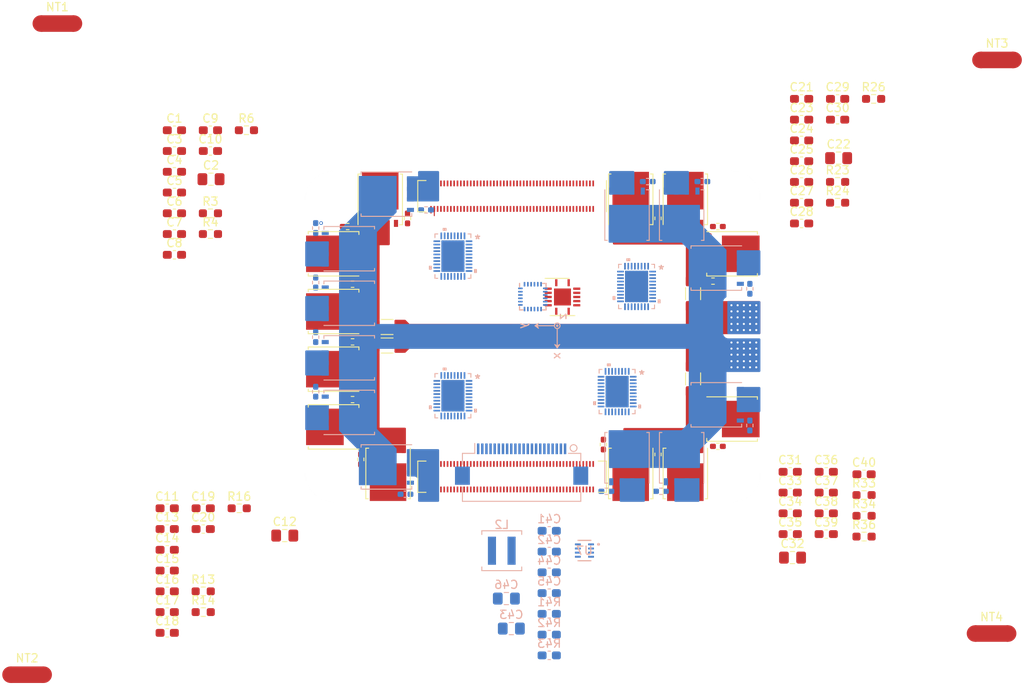
<source format=kicad_pcb>
(kicad_pcb (version 20221018) (generator pcbnew)
  (title_block (title "nanodrone") (date "2023-04-25") (rev "v1.0") (company "Biscuits24_"))
  (layers (0 "F.Cu" signal) (1 "In1.Cu" signal) (2 "In2.Cu" signal) (31 "B.Cu" signal) (34 "B.Paste" user) (35 "F.Paste" user) (36 "B.SilkS" user "B.Silkscreen") (37 "F.SilkS" user "F.Silkscreen") (38 "B.Mask" user) (39 "F.Mask" user) (44 "Edge.Cuts" user))
  (net 0 "")
  (net 1 "PVDD")
  (net 2 "PGND")
  (net 3 "Net-(U1-CPL)")
  (net 4 "Net-(U1-CPH)")
  (net 5 "Net-(U1-GVDD)")
  (net 6 "GND")
  (net 7 "AVDD")
  (net 8 "Net-(U1-BSTA)")
  (net 9 "Net-(Q2-D)")
  (net 10 "DVDD")
  (net 11 "Net-(U1-BSTB)")
  (net 12 "Net-(Q4-D)")
  (net 13 "Net-(U1-BSTC)")
  (net 14 "Net-(Q6-D)")
  (net 15 "Net-(Q1-G)")
  (net 16 "Net-(U1-LSS)")
  (net 17 "Net-(Q2-G)")
  (net 18 "Net-(Q3-G)")
  (net 19 "Net-(Q4-G)")
  (net 20 "Net-(Q5-G)")
  (net 21 "Net-(Q6-G)")
  (net 22 "Net-(U1-GHA)")
  (net 23 "Net-(U1-GLA)")
  (net 24 "Net-(U1-BRAKE)")
  (net 25 "Net-(U1-DIR)")
  (net 26 "Net-(U1-GHB)")
  (net 27 "Net-(U1-FG)")
  (net 28 "Net-(U1-GLB)")
  (net 29 "Net-(U1-GHC)")
  (net 30 "Net-(U1-GLC)")
  (net 63 "Net-(U4-GND-Pad18)")
  (net 69 "DGND")
  (net 71 "/M1/DRVOFF")
  (net 73 "/M1/SDA")
  (net 74 "/M1/SCL")
  (net 77 "/M1/nFAULT")
  (net 78 "Net-(U2-CPL)")
  (net 79 "Net-(U2-CPH)")
  (net 80 "Net-(U2-GVDD)")
  (net 81 "Net-(U2-BSTA)")
  (net 82 "Net-(Q8-D)")
  (net 83 "Net-(U2-BSTB)")
  (net 84 "Net-(Q10-D)")
  (net 85 "Net-(U2-BSTC)")
  (net 86 "Net-(Q12-D)")
  (net 87 "Net-(Q7-G)")
  (net 88 "Net-(U2-LSS)")
  (net 89 "Net-(Q8-G)")
  (net 90 "Net-(Q9-G)")
  (net 91 "Net-(Q10-G)")
  (net 92 "Net-(Q11-G)")
  (net 93 "Net-(Q12-G)")
  (net 94 "Net-(U2-GHA)")
  (net 95 "Net-(U2-GLA)")
  (net 96 "Net-(U2-BRAKE)")
  (net 97 "Net-(U2-DIR)")
  (net 98 "Net-(U2-GHB)")
  (net 99 "Net-(U2-FG)")
  (net 100 "Net-(U2-GLB)")
  (net 101 "Net-(U2-GHC)")
  (net 102 "Net-(U2-GLC)")
  (net 104 "/M2/DRVOFF")
  (net 106 "/M2/SDA")
  (net 107 "/M2/SCL")
  (net 110 "/M2/nFAULT")
  (net 111 "Net-(U5-CPL)")
  (net 112 "Net-(U5-CPH)")
  (net 113 "Net-(U5-GVDD)")
  (net 114 "Net-(U5-BSTA)")
  (net 115 "Net-(Q14-D)")
  (net 116 "Net-(U5-BSTB)")
  (net 117 "Net-(Q16-D)")
  (net 118 "Net-(U5-BSTC)")
  (net 119 "Net-(Q18-D)")
  (net 120 "AGND")
  (net 121 "Net-(Q13-G)")
  (net 122 "Net-(U5-LSS)")
  (net 123 "Net-(Q14-G)")
  (net 124 "Net-(Q15-G)")
  (net 125 "Net-(Q16-G)")
  (net 126 "Net-(Q17-G)")
  (net 127 "Net-(Q18-G)")
  (net 128 "Net-(U5-GHA)")
  (net 129 "Net-(U5-GLA)")
  (net 130 "Net-(U5-BRAKE)")
  (net 131 "Net-(U5-DIR)")
  (net 132 "Net-(U5-GHB)")
  (net 133 "Net-(U5-FG)")
  (net 134 "Net-(U5-GLB)")
  (net 135 "Net-(U5-GHC)")
  (net 136 "Net-(U5-GLC)")
  (net 138 "/M3/DRVOFF")
  (net 140 "/M3/SDA")
  (net 141 "/M3/SCL")
  (net 144 "/M3/nFAULT")
  (net 145 "Net-(U6-CPL)")
  (net 146 "Net-(U6-CPH)")
  (net 147 "Net-(U6-GVDD)")
  (net 148 "Net-(U6-BSTA)")
  (net 149 "Net-(Q20-D)")
  (net 150 "Net-(U6-BSTB)")
  (net 151 "Net-(Q22-D)")
  (net 152 "Net-(U6-BSTC)")
  (net 153 "Net-(Q24-D)")
  (net 154 "Net-(Q19-G)")
  (net 155 "Net-(U6-LSS)")
  (net 156 "Net-(Q20-G)")
  (net 157 "Net-(Q21-G)")
  (net 158 "Net-(Q22-G)")
  (net 159 "Net-(Q23-G)")
  (net 160 "Net-(Q24-G)")
  (net 161 "Net-(U6-GHA)")
  (net 162 "Net-(U6-GLA)")
  (net 163 "Net-(U6-BRAKE)")
  (net 164 "Net-(U6-DIR)")
  (net 165 "Net-(U6-GHB)")
  (net 166 "Net-(U6-FG)")
  (net 167 "Net-(U6-GLB)")
  (net 168 "Net-(U6-GHC)")
  (net 169 "Net-(U6-GLC)")
  (net 171 "/M4/DRVOFF")
  (net 173 "/M4/SDA")
  (net 174 "/M4/SCL")
  (net 177 "/M4/nFAULT")
  (net 179 "Net-(U7-RT)")
  (net 180 "Net-(U7-SW)")
  (net 181 "Net-(U7-BST)")
  (net 182 "Net-(U7-SS)")
  (net 183 "Net-(U7-FB)")
  (net 184 "Net-(C45-Pad1)")
  (net 185 "/CAM1_D0_N")
  (net 186 "/CAM1_D0_P")
  (net 187 "/CAM1_D1_N")
  (net 188 "/CAM1_D1_P")
  (net 189 "/CAM1_C_N")
  (net 190 "/CAM1_C_P")
  (net 191 "/CAM1_D2_N")
  (net 192 "/CAM1_D2_P")
  (net 193 "/CAM1_D3_N")
  (net 194 "/CAM1_D3_P")
  (net 195 "/CAM_GPIO")
  (net 196 "/SCL0")
  (net 197 "/SDA0")
  (net 198 "/+3.3v")
  (net 295 "unconnected-(Module1A-GND-Pad98)")
  (net 297 "unconnected-(Module1A-nEXTRST-Pad100)")
  (footprint "NetTie:NetTie-2_SMD_Pad2.0mm" (layer "F.Cu") (at 45.912859 99.01)
    (fp_text reference "NT2")
    (fp_text value "NetTie_2")
  )
  (footprint "Capacitor_SMD:C_0603_1608Metric_Pad1.08x0.95mm_HandSolder" (layer "F.Cu") (at 139.490359 44.45)
    (fp_text reference "C28")
    (fp_text value "1µF/25V")
  )
  (footprint "Capacitor_SMD:C_0805_2012Metric_Pad1.18x1.45mm_HandSolder" (layer "F.Cu") (at 77.042859 82.19)
    (fp_text reference "C12")
    (fp_text value "10µF/25V")
  )
  (footprint "nanodrone:Raspberry-Pi-4-Compute-Module" (layer "F.Cu") (at 107.012893 58.11)
    (fp_text reference "Module1" hide)
    (fp_text value "ComputeModule4-CM4")
  )
  (footprint "Capacitor_SMD:C_0603_1608Metric_Pad1.08x0.95mm_HandSolder" (layer "F.Cu") (at 68.062859 35.69)
    (fp_text reference "C10")
    (fp_text value "1µF/6.3V")
  )
  (footprint "Package_TO_SOT_SMD:TDSON-8-1" (layer "F.Cu") (at 82.942859 48.12 180)
    (fp_text reference "Q2" hide)
    (fp_text value "BSC009NE2LS5" hide)
  )
  (footprint "Package_TO_SOT_SMD:TDSON-8-1" (layer "F.Cu") (at 82.942859 55.095 180)
    (fp_text reference "Q6" hide)
    (fp_text value "BSC009NE2LS5" hide)
  )
  (footprint "Package_TO_SOT_SMD:TDSON-8-1" (layer "F.Cu") (at 89.522859 74.68 -90)
    (fp_text reference "Q8" hide)
    (fp_text value "BSC009NE2LS5" hide)
  )
  (footprint "Resistor_SMD:R_0402_1005Metric_Pad0.72x0.64mm_HandSolder" (layer "F.Cu") (at 128.785359 51.42)
    (fp_text reference "R29" hide)
    (fp_text value "0Ω" hide)
  )
  (footprint "Capacitor_SMD:C_0603_1608Metric_Pad1.08x0.95mm_HandSolder" (layer "F.Cu") (at 139.490359 31.9)
    (fp_text reference "C23")
    (fp_text value "470nF/25V")
  )
  (footprint "Resistor_SMD:R_0603_1608Metric_Pad0.98x0.95mm_HandSolder" (layer "F.Cu") (at 67.190359 91.44)
    (fp_text reference "R14")
    (fp_text value "10kΩ")
  )
  (footprint "Capacitor_SMD:C_0603_1608Metric_Pad1.08x0.95mm_HandSolder" (layer "F.Cu") (at 139.490359 36.92)
    (fp_text reference "C25")
    (fp_text value "1µF/10V")
  )
  (footprint "Resistor_SMD:R_0402_1005Metric_Pad0.72x0.64mm_HandSolder" (layer "F.Cu") (at 85.235359 51.795 180)
    (fp_text reference "R9" hide)
    (fp_text value "0Ω" hide)
  )
  (footprint "Capacitor_SMD:C_0603_1608Metric_Pad1.08x0.95mm_HandSolder" (layer "F.Cu") (at 63.712859 48.24)
    (fp_text reference "C8")
    (fp_text value "1µF/25V")
  )
  (footprint "Package_TO_SOT_SMD:TDSON-8-1" (layer "F.Cu") (at 131.087859 48.12)
    (fp_text reference "Q18" hide)
    (fp_text value "BSC009NE2LS5" hide)
  )
  (footprint "NetTie:NetTie-2_SMD_Pad2.0mm" (layer "F.Cu") (at 162.442859 94.03)
    (fp_text reference "NT4")
    (fp_text value "NetTie_2")
  )
  (footprint "Capacitor_SMD:C_0603_1608Metric_Pad1.08x0.95mm_HandSolder" (layer "F.Cu") (at 62.840359 81.4)
    (fp_text reference "C13")
    (fp_text value "470nF/25V")
  )
  (footprint "Capacitor_SMD:C_0603_1608Metric_Pad1.08x0.95mm_HandSolder" (layer "F.Cu") (at 62.840359 93.95)
    (fp_text reference "C18")
    (fp_text value "1µF/25V")
  )
  (footprint "Package_TO_SOT_SMD:TDSON-8-1" (layer "F.Cu") (at 131.087859 68.1)
    (fp_text reference "Q20" hide)
    (fp_text value "BSC009NE2LS5" hide)
  )
  (footprint "Package_TO_SOT_SMD:TDSON-8-1" (layer "F.Cu") (at 118.842859 41.53 90)
    (fp_text reference "Q14" hide)
    (fp_text value "BSC009NE2LS5" hide)
  )
  (footprint "Capacitor_SMD:C_0603_1608Metric_Pad1.08x0.95mm_HandSolder" (layer "F.Cu") (at 63.712859 43.22)
    (fp_text reference "C6")
    (fp_text value "1µF/25V")
  )
  (footprint "Resistor_SMD:R_0603_1608Metric_Pad0.98x0.95mm_HandSolder" (layer "F.Cu") (at 68.062859 45.73)
    (fp_text reference "R4")
    (fp_text value "10kΩ")
  )
  (footprint "Capacitor_SMD:C_0603_1608Metric_Pad1.08x0.95mm_HandSolder" (layer "F.Cu") (at 63.712859 35.69)
    (fp_text reference "C3")
    (fp_text value "470nF/25V")
  )
  (footprint "Resistor_SMD:R_1206_3216Metric_Pad1.30x1.75mm_HandSolder" (layer "F.Cu") (at 89.402859 56.97 180)
    (fp_text reference "R10" hide)
    (fp_text value "1mΩ/1W" hide)
  )
  (footprint "Resistor_SMD:R_0603_1608Metric_Pad0.98x0.95mm_HandSolder" (layer "F.Cu") (at 143.840359 41.94)
    (fp_text reference "R24")
    (fp_text value "10kΩ")
  )
  (footprint "Resistor_SMD:R_1206_3216Metric_Pad1.30x1.75mm_HandSolder" (layer "F.Cu") (at 89.402859 59.21 180)
    (fp_text reference "R20" hide)
    (fp_text value "1mΩ/1W" hide)
  )
  (footprint "Resistor_SMD:R_0603_1608Metric_Pad0.98x0.95mm_HandSolder" (layer "F.Cu") (at 147.035359 79.8)
    (fp_text reference "R34")
    (fp_text value "10kΩ")
  )
  (footprint "Resistor_SMD:R_0402_1005Metric_Pad0.72x0.64mm_HandSolder" (layer "F.Cu") (at 85.235359 65.745 180)
    (fp_text reference "R17" hide)
    (fp_text value "0Ω" hide)
  )
  (footprint "NetTie:NetTie-2_SMD_Pad2.0mm" (layer "F.Cu") (at 49.572859 20.28)
    (fp_text reference "NT1")
    (fp_text value "NetTie_2")
  )
  (footprint "Package_TO_SOT_SMD:TDSON-8-1" (layer "F.Cu") (at 125.442859 74.68 -90)
    (fp_text reference "Q22" hide)
    (fp_text value "BSC009NE2LS5" hide)
  )
  (footprint "Resistor_SMD:R_0402_1005Metric_Pad0.72x0.64mm_HandSolder" (layer "F.Cu") (at 129.372859 71.4)
    (fp_text reference "R32" hide)
    (fp_text value "0Ω" hide)
  )
  (footprint "Package_TO_SOT_SMD:TDSON-8-1" (layer "F.Cu") (at 88.577859 41.54 90)
    (fp_text reference "Q4" hide)
    (fp_text value "BSC009NE2LS5" hide)
  )
  (footprint "Capacitor_SMD:C_0603_1608Metric_Pad1.08x0.95mm_HandSolder" (layer "F.Cu") (at 68.062859 33.18)
    (fp_text reference "C9")
    (fp_text value "1µF/25V")
  )
  (footprint "Resistor_SMD:R_0402_1005Metric_Pad0.72x0.64mm_HandSolder" (layer "F.Cu") (at 115.542859 71.1825 90)
    (fp_text reference "R39" hide)
    (fp_text value "0Ω" hide)
  )
  (footprint "NetTie:NetTie-2_SMD_Pad2.0mm" (layer "F.Cu") (at 163.102859 24.68)
    (fp_text reference "NT3")
    (fp_text value "NetTie_2")
  )
  (footprint "Capacitor_SMD:C_0603_1608Metric_Pad1.08x0.95mm_HandSolder" (layer "F.Cu") (at 62.840359 86.42)
    (fp_text reference "C15")
    (fp_text value "1µF/10V")
  )
  (footprint "Package_TO_SOT_SMD:TDSON-8-1" (layer "F.Cu") (at 125.442859 41.53 90)
    (fp_text reference "Q16" hide)
    (fp_text value "BSC009NE2LS5" hide)
  )
  (footprint "Capacitor_SMD:C_0603_1608Metric_Pad1.08x0.95mm_HandSolder" (layer "F.Cu") (at 139.490359 29.39)
    (fp_text reference "C21")
    (fp_text value "0.1µF/25V")
  )
  (footprint "Resistor_SMD:R_0402_1005Metric_Pad0.72x0.64mm_HandSolder" (layer "F.Cu") (at 86.222859 72.975 -90)
    (fp_text reference "R12" hide)
    (fp_text value "0Ω" hide)
  )
  (footprint "Resistor_SMD:R_0603_1608Metric_Pad0.98x0.95mm_HandSolder" (layer "F.Cu") (at 147.035359 77.29)
    (fp_text reference "R33")
    (fp_text value "10kΩ")
  )
  (footprint "Package_DFN_QFN:Texas_S-PVQFN-N14" (layer "F.Cu") (at 110.597859 53.34)
    (fp_text reference "U3" hide)
    (fp_text value "TXB0104RGY" hide)
  )
  (footprint "Capacitor_SMD:C_0603_1608Metric_Pad1.08x0.95mm_HandSolder" (layer "F.Cu") (at 62.840359 83.91)
    (fp_text reference "C14")
    (fp_text value "10µF/25V")
  )
  (footprint "Capacitor_SMD:C_0603_1608Metric_Pad1.08x0.95mm_HandSolder" (layer "F.Cu") (at 62.840359 88.93)
    (fp_text reference "C16")
    (fp_text value "1µF/25V")
  )
  (footprint "Capacitor_SMD:C_0603_1608Metric_Pad1.08x0.95mm_HandSolder" (layer "F.Cu") (at 62.840359 78.89)
    (fp_text reference "C11")
    (fp_text value "0.1µF/25V")
  )
  (footprint "Capacitor_SMD:C_0603_1608Metric_Pad1.08x0.95mm_HandSolder" (layer "F.Cu") (at 67.190359 81.4)
    (fp_text reference "C20")
    (fp_text value "1µF/6.3V")
  )
  (footprint "Resistor_SMD:R_0402_1005Metric_Pad0.72x0.64mm_HandSolder" (layer "F.Cu") (at 122.142859 43.8325 90)
    (fp_text reference "R22" hide)
    (fp_text value "0Ω" hide)
  )
  (footprint "Resistor_SMD:R_1206_3216Metric_Pad1.30x1.75mm_HandSolder" (layer "F.Cu") (at 126.377859 63.24 -90)
    (fp_text reference "R40" hide)
    (fp_text value "1mΩ/1W" hide)
  )
  (footprint "Capacitor_SMD:C_0603_1608Metric_Pad1.08x0.95mm_HandSolder" (layer "F.Cu") (at 62.840359 91.44)
    (fp_text reference "C17")
    (fp_text value "1µF/4V")
  )
  (footprint "Package_TO_SOT_SMD:TDSON-8-1" (layer "F.Cu") (at 82.942859 62.07 180)
    (fp_text reference "Q12" hide)
    (fp_text value "BSC009NE2LS5" hide)
  )
  (footprint "Resistor_SMD:R_0603_1608Metric_Pad0.98x0.95mm_HandSolder" (layer "F.Cu") (at 143.840359 39.43)
    (fp_text reference "R23")
    (fp_text value "10kΩ")
  )
  (footprint "Resistor_SMD:R_0402_1005Metric_Pad0.72x0.64mm_HandSolder" (layer "F.Cu") (at 91.877859 43.8425 90)
    (fp_text reference "R7" hide)
    (fp_text value "0Ω" hide)
  )
  (footprint "Capacitor_SMD:C_0805_2012Metric_Pad1.18x1.45mm_HandSolder" (layer "F.Cu") (at 143.962859 36.55)
    (fp_text reference "C22")
    (fp_text value "10µF/25V")
  )
  (footprint "Capacitor_SMD:C_0603_1608Metric_Pad1.08x0.95mm_HandSolder" (layer "F.Cu") (at 138.115359 79.5)
    (fp_text reference "C34")
    (fp_text value "10µF/25V")
  )
  (footprint "Resistor_SMD:R_0402_1005Metric_Pad0.72x0.64mm_HandSolder" (layer "F.Cu") (at 122.142859 72.3775 -90)
    (fp_text reference "R37" hide)
    (fp_text value "0Ω" hide)
  )
  (footprint "Package_TO_SOT_SMD:TDSON-8-1" (layer "F.Cu") (at 118.842859 74.68 -90)
    (fp_text reference "Q24" hide)
    (fp_text value "BSC009NE2LS5" hide)
  )
  (footprint "Resistor_SMD:R_0603_1608Metric_Pad0.98x0.95mm_HandSolder" (layer "F.Cu") (at 67.190359 88.93)
    (fp_text reference "R13")
    (fp_text value "10kΩ")
  )
  (footprint "Capacitor_SMD:C_0603_1608Metric_Pad1.08x0.95mm_HandSolder" (layer "F.Cu") (at 67.190359 78.89)
    (fp_text reference "C19")
    (fp_text value "1µF/25V")
  )
  (footprint "Capacitor_SMD:C_0603_1608Metric_Pad1.08x0.95mm_HandSolder" (layer "F.Cu") (at 138.115359 76.99)
    (fp_text reference "C33")
    (fp_text value "470nF/25V")
  )
  (footprint "Capacitor_SMD:C_0603_1608Metric_Pad1.08x0.95mm_HandSolder" (layer "F.Cu") (at 142.465359 76.99)
    (fp_text reference "C37")
    (fp_text value "1µF/4V")
  )
  (footprint "Resistor_SMD:R_0603_1608Metric_Pad0.98x0.95mm_HandSolder" (layer "F.Cu") (at 71.540359 78.89)
    (fp_text reference "R16")
    (fp_text value "5.1kΩ")
  )
  (footprint "Capacitor_SMD:C_0603_1608Metric_Pad1.08x0.95mm_HandSolder" (layer "F.Cu") (at 63.712859 45.73)
    (fp_text reference "C7")
    (fp_text value "1µF/4V")
  )
  (footprint "Resistor_SMD:R_0603_1608Metric_Pad0.98x0.95mm_HandSolder" (layer "F.Cu") (at 148.190359 29.39)
    (fp_text reference "R26")
    (fp_text value "5.1kΩ")
  )
  (footprint "Capacitor_SMD:C_0603_1608Metric_Pad1.08x0.95mm_HandSolder" (layer "F.Cu") (at 143.840359 29.39)
    (fp_text reference "C29")
    (fp_text value "1µF/25V")
  )
  (footprint "Capacitor_SMD:C_0603_1608Metric_Pad1.08x0.95mm_HandSolder" (layer "F.Cu") (at 139.490359 34.41)
    (fp_text reference "C24")
    (fp_text value "10µF/25V")
  )
  (footprint "Resistor_SMD:R_1206_3216Metric_Pad1.30x1.75mm_HandSolder" (layer "F.Cu") (at 126.377859 52.94 90)
    (fp_text reference "R30" hide)
    (fp_text value "1mΩ/1W" hide)
  )
  (footprint "Resistor_SMD:R_0402_1005Metric_Pad0.72x0.64mm_HandSolder" (layer "F.Cu") (at 129.372859 44.82)
    (fp_text reference "R27" hide)
    (fp_text value "0Ω" hide)
  )
  (footprint "Capacitor_SMD:C_0603_1608Metric_Pad1.08x0.95mm_HandSolder" (layer "F.Cu") (at 147.035359 74.78)
    (fp_text reference "C40")
    (fp_text value "1µF/6.3V")
  )
  (footprint "Capacitor_SMD:C_0603_1608Metric_Pad1.08x0.95mm_HandSolder" (layer "F.Cu") (at 143.840359 31.9)
    (fp_text reference "C30")
    (fp_text value "1µF/6.3V")
  )
  (footprint "Resistor_SMD:R_0402_1005Metric_Pad0.72x0.64mm_HandSolder" (layer "F.Cu") (at 85.235359 58.77)
    (fp_text reference "R19" hide)
    (fp_text value "0Ω" hide)
  )
  (footprint "Resistor_SMD:R_0603_1608Metric_Pad0.98x0.95mm_HandSolder" (layer "F.Cu") (at 147.035359 82.31)
    (fp_text reference "R36")
    (fp_text value "5.1kΩ")
  )
  (footprint "Capacitor_SMD:C_0603_1608Metric_Pad1.08x0.95mm_HandSolder" (layer "F.Cu") (at 63.712859 38.2)
    (fp_text reference "C4")
    (fp_text value "10µF/25V")
  )
  (footprint "Package_TO_SOT_SMD:TDSON-8-1" (layer "F.Cu") (at 82.942859 69.045 180)
    (fp_text reference "Q10" hide)
    (fp_text value "BSC009NE2LS5" hide)
  )
  (footprint "Resistor_SMD:R_0402_1005Metric_Pad0.72x0.64mm_HandSolder" (layer "F.Cu") (at 84.647859 44.82 180)
    (fp_text reference "R2" hide)
    (fp_text value "0Ω" hide)
  )
  (footprint "Capacitor_SMD:C_0603_1608Metric_Pad1.08x0.95mm_HandSolder" (layer "F.Cu") (at 138.115359 82.01)
    (fp_text reference "C35")
    (fp_text value "1µF/10V")
  )
  (footprint "Capacitor_SMD:C_0603_1608Metric_Pad1.08x0.95mm_HandSolder" (layer "F.Cu") (at 138.115359 74.48)
    (fp_text reference "C31")
    (fp_text value "0.1µF/25V")
  )
  (footprint "Capacitor_SMD:C_0603_1608Metric_Pad1.08x0.95mm_HandSolder" (layer "F.Cu") (at 63.712859 40.71)
    (fp_text reference "C5")
    (fp_text value "1µF/10V")
  )
  (footprint "Capacitor_SMD:C_0805_2012Metric_Pad1.18x1.45mm_HandSolder" (layer "F.Cu") (at 68.132859 39.1)
    (fp_text reference "C2")
    (fp_text value "10µF/25V")
  )
  (footprint "Resistor_SMD:R_0603_1608Metric_Pad0.98x0.95mm_HandSolder" (layer "F.Cu") (at 68.062859 43.22)
    (fp_text reference "R3")
    (fp_text value "10kΩ")
  )
  (footprint "Resistor_SMD:R_0603_1608Metric_Pad0.98x0.95mm_HandSolder" (layer "F.Cu") (at 72.412859 33.18)
    (fp_text reference "R6")
    (fp_text value "5.1kΩ")
  )
  (footprint "Capacitor_SMD:C_0603_1608Metric_Pad1.08x0.95mm_HandSolder" (layer "F.Cu") (at 142.465359 82.01)
    (fp_text reference "C39")
    (fp_text value "1µF/25V")
  )
  (footprint "Capacitor_SMD:C_0603_1608Metric_Pad1.08x0.95mm_HandSolder" (layer "F.Cu") (at 139.490359 41.94)
    (fp_text reference "C27")
    (fp_text value "1µF/4V")
  )
  (footprint "Capacitor_SMD:C_0603_1608Metric_Pad1.08x0.95mm_HandSolder" (layer "F.Cu") (at 142.465359 74.48)
    (fp_text reference "C36")
    (fp_text value "1µF/25V")
  )
  (footprint "Capacitor_SMD:C_0805_2012Metric_Pad1.18x1.45mm_HandSolder" (layer "F.Cu") (at 138.392859 84.85)
    (fp_text reference "C32")
    (fp_text value "10µF/25V")
  )
  (footprint "Capacitor_SMD:C_0603_1608Metric_Pad1.08x0.95mm_HandSolder" (layer "F.Cu") (at 142.465359 79.5)
    (fp_text reference "C38")
    (fp_text value "1µF/25V")
  )
  (footprint "Capacitor_SMD:C_0603_1608Metric_Pad1.08x0.95mm_HandSolder" (layer "F.Cu") (at 63.712859 33.18)
    (fp_text reference "C1")
    (fp_text value "0.1µF/25V")
  )
  (footprint "Capacitor_SMD:C_0603_1608Metric_Pad1.08x0.95mm_HandSolder" (layer "F.Cu") (at 139.490359 39.43)
    (fp_text reference "C26")
    (fp_text value "1µF/25V")
  )
  (footprint "Resistor_SMD:R_0402_1005Metric_Pad0.72x0.64mm_HandSolder" (layer "B.Cu") (at 127.500359 39.385)
    (fp_text reference "R25" hide)
    (fp_text value "0Ω" hide)
  )
  (footprint "Package_TO_SOT_SMD:TDSON-8-1" (layer "B.Cu") (at 118.397859 72.785 90)
    (fp_text reference "Q23" hide)
    (fp_text value "BSC009NE2LS5" hide)
  )
  (footprint "Package_TO_SOT_SMD:TDSON-8-1" (layer "B.Cu") (at 84.832859 60.696)
    (fp_text reference "Q11" hide)
    (fp_text value "BSC009NE2LS5" hide)
  )
  (footprint "Capacitor_SMD:C_0603_1608Metric_Pad1.08x0.95mm_HandSolder" (layer "B.Cu") (at 108.997859 81.615 180)
    (fp_text reference "C41")
    (fp_text value "100nF/10V")
  )
  (footprint "Package_TO_SOT_SMD:TDSON-8-1" (layer "B.Cu") (at 84.832859 54.099)
    (fp_text reference "Q5" hide)
    (fp_text value "BSC009NE2LS5" hide)
  )
  (footprint "Package_TO_SOT_SMD:TDSON-8-1" (layer "B.Cu") (at 124.997859 72.785 90)
    (fp_text reference "Q21" hide)
    (fp_text value "BSC009NE2LS5" hide)
  )
  (footprint "Texas_Instruments:MCT8329A1IREER" (layer "B.Cu") (at 97.3593 48.400001 180)
    (fp_text reference "U1" hide)
    (fp_text value "MCT8329A" hide)
  )
  (footprint "Resistor_SMD:R_0402_1005Metric_Pad0.72x0.64mm_HandSolder" (layer "B.Cu") (at 120.900359 39.385)
    (fp_text reference "R21" hide)
    (fp_text value "0Ω" hide)
  )
  (footprint "Package_TO_SOT_SMD:TDSON-8-1" (layer "B.Cu") (at 84.832859 47.505)
    (fp_text reference "Q1" hide)
    (fp_text value "BSC009NE2LS5" hide)
  )
  (footprint "Resistor_SMD:R_0402_1005Metric_Pad0.72x0.64mm_HandSolder" (layer "B.Cu") (at 80.782359 58.1935 90)
    (fp_text reference "R18" hide)
    (fp_text value "0Ω" hide)
  )
  (footprint "Resistor_SMD:R_0402_1005Metric_Pad0.72x0.64mm_HandSolder" (layer "B.Cu") (at 133.237859 68.8775 90)
    (fp_text reference "R31" hide)
    (fp_text value "0Ω" hide)
  )
  (footprint "Inductor_SMD:L_Coilcraft_XAL4030-XXX" (layer "B.Cu") (at 103.262859 84.02 180)
    (fp_text reference "L2")
    (fp_text value "3.3µH")
  )
  (footprint "Package_TO_SOT_SMD:TDSON-8-1" (layer "B.Cu") (at 124.997859 43.435 -90)
    (fp_text reference "Q15" hide)
    (fp_text value "BSC009NE2LS5" hide)
  )
  (footprint "Sensor_Motion:InvenSense_QFN-24_3x3mm_P0.4mm" (layer "B.Cu") (at 107.012859 53.3 -90)
    (fp_text reference "U4" hide)
    (fp_text value "ICM-20948" hide)
  )
  (footprint "Capacitor_SMD:C_0603_1608Metric_Pad1.08x0.95mm_HandSolder" (layer "B.Cu") (at 108.997859 86.635 180)
    (fp_text reference "C44")
    (fp_text value "33nF/10V")
  )
  (footprint "Package_TO_SOT_SMD:TDSON-8-1" (layer "B.Cu") (at 129.187859 66.375 180)
    (fp_text reference "Q19" hide)
    (fp_text value "BSC009NE2LS5" hide)
  )
  (footprint "Resistor_SMD:R_0402_1005Metric_Pad0.72x0.64mm_HandSolder" (layer "B.Cu") (at 80.782359 45.0025 90)
    (fp_text reference "R1" hide)
    (fp_text value "0Ω" hide)
  )
  (footprint "Connector_Hirose_Extended:Hirose_FH12A-22S-0.5SH_1x22-1MP_P0.50mm_Horizontal" (layer "B.Cu") (at 105.66 74.5 180)
    (fp_text reference "J1" hide)
    (fp_text value "Conn_01x22_Female" hide)
  )
  (footprint "Resistor_SMD:R_0402_1005Metric_Pad0.72x0.64mm_HandSolder" (layer "B.Cu") (at 80.782359 51.5965 90)
    (fp_text reference "R8" hide)
    (fp_text value "0Ω" hide)
  )
  (footprint "Capacitor_SMD:C_0603_1608Metric_Pad1.08x0.95mm_HandSolder" (layer "B.Cu") (at 108.997859 94.165 180)
    (fp_text reference "R42")
    (fp_text value "52.3kΩ")
  )
  (footprint "Resistor_SMD:R_0402_1005Metric_Pad0.72x0.64mm_HandSolder" (layer "B.Cu") (at 94.112859 42.81)
    (fp_text reference "R5" hide)
    (fp_text value "0Ω" hide)
  )
  (footprint "Resistor_SMD:R_0402_1005Metric_Pad0.72x0.64mm_HandSolder" (layer "B.Cu") (at 122.495359 76.835 180)
    (fp_text reference "R35" hide)
    (fp_text value "0Ω" hide)
  )
  (footprint "Texas_Instruments:MCT8329A1IREER" (layer "B.Cu") (at 97.3593 65.280001 180)
    (fp_text reference "U2" hide)
    (fp_text value "MCT8329A" hide)
  )
  (footprint "Capacitor_SMD:C_0603_1608Metric_Pad1.08x0.95mm_HandSolder" (layer "B.Cu") (at 108.997859 91.655 180)
    (fp_text reference "R41")
    (fp_text value "19.6kΩ")
  )
  (footprint "Package_TO_SOT_SMD:TDSON-8-1" (layer "B.Cu") (at 89.327859 73.89 180)
    (fp_text reference "Q7" hide)
    (fp_text value "BSC009NE2LS5" hide)
  )
  (footprint "Package_TO_SOT_SMD:TDSON-8-1" (layer "B.Cu") (at 118.397859 43.435 -90)
    (fp_text reference "Q13" hide)
    (fp_text value "BSC009NE2LS5" hide)
  )
  (footprint "Package_TO_SOT_SMD:TDSON-8-1" (layer "B.Cu") (at 89.327859 40.905 180)
    (fp_text reference "Q3" hide)
    (fp_text value "BSC009NE2LS5" hide)
  )
  (footprint "Capacitor_SMD:C_0603_1608Metric_Pad1.08x0.95mm_HandSolder" (layer "B.Cu") (at 108.997859 84.125 180)
    (fp_text reference "C42")
    (fp_text value "100nF/25V")
  )
  (footprint "Capacitor_SMD:C_0805_2012Metric_Pad1.18x1.45mm_HandSolder" (layer "B.Cu") (at 103.817859 89.805 180)
    (fp_text reference "C46")
    (fp_text value "47µF/10V")
  )
  (footprint "Texas_Instruments:MCT8329A1IREER" (layer "B.Cu") (at 117.2 64.7813 180)
    (fp_text reference "U6" hide)
    (fp_text value "MCT8329A" hide)
  )
  (footprint "Capacitor_SMD:C_0603_1608Metric_Pad1.08x0.95mm_HandSolder" (layer "B.Cu") (at 108.997859 96.675 180)
    (fp_text reference "R43")
    (fp_text value "10kΩ")
  )
  (footprint "Resistor_SMD:R_0402_1005Metric_Pad0.72x0.64mm_HandSolder" (layer "B.Cu") (at 80.782359 64.7905 90)
    (fp_text reference "R15" hide)
    (fp_text value "0Ω" hide)
  )
  (footprint "Package_TO_SOT_SMD:TDSON-8-1" (layer "B.Cu") (at 84.832859 67.293)
    (fp_text reference "Q9" hide)
    (fp_text value "BSC009NE2LS5" hide)
  )
  (footprint "Texas_Instruments:MCT8329A1IREER" (layer "B.Cu") (at 119.55 52.0687 180)
    (fp_text reference "U5" hide)
    (fp_text value "MCT8329A" hide)
  )
  (footprint "Texas_Instruments:SOT_33DRLR_TEX" (layer "B.Cu") (at 113.252859 84 180)
    (fp_text reference "U7")
    (fp_text value "TPS62933FDRLR")
  )
  (footprint "Capacitor_SMD:C_0603_1608Metric_Pad1.08x0.95mm_HandSolder" (layer "B.Cu") (at 108.997859 89.145 180)
    (fp_text reference "C45")
    (fp_text value "47pF/25V")
  )
  (footprint "Package_TO_SOT_SMD:TDSON-8-1" (layer "B.Cu") (at 129.187859 49.845 180)
    (fp_text reference "Q17" hide)
    (fp_text value "BSC009NE2LS5" hide)
  )
  (footprint "Resistor_SMD:R_0402_1005Metric_Pad0.72x0.64mm_HandSolder" (layer "B.Cu") (at 91.630359 77.1905 180)
    (fp_text reference "R11" hide)
    (fp_text value "0Ω" hide)
  )
  (footprint "Resistor_SMD:R_0402_1005Metric_Pad0.72x0.64mm_HandSolder" (layer "B.Cu") (at 133.237859 52.3475 -90)
    (fp_text reference "R28" hide)
    (fp_text value "0Ω" hide)
  )
  (footprint "Capacitor_SMD:C_0805_2012Metric_Pad1.18x1.45mm_HandSolder" (layer "B.Cu") (at 104.417859 93.435 180)
    (fp_text reference "C43")
    (fp_text value "10µF/35V")
  )
  (footprint "Resistor_SMD:R_0402_1005Metric_Pad0.72x0.64mm_HandSolder" (layer "B.Cu") (at 115.895359 76.835 180)
    (fp_text reference "R38" hide)
    (fp_text value "0Ω" hide)
  )
  (gr_poly (pts (xy 107.27 56.82) (xy 107.7 56.51) (xy 107.54 56.82) (xy 107.7 57.13)) (stroke (width 0.1)) (fill solid) (layer "B.SilkS"))
  (gr_circle (center 109.962859 56.82) (end 109.962859 57.160147) (stroke (width 0.125)) (fill none) (layer "B.SilkS"))
  (gr_line (start 109.962859 59.480147) (end 109.962859 57.160147) (stroke (width 0.125)) (layer "B.SilkS"))
  (gr_line (start 107.292859 56.82) (end 109.622712 56.82) (stroke (width 0.125)) (layer "B.SilkS"))
  (gr_poly (pts (xy 109.962859 59.51) (xy 109.652859 59.08) (xy 109.962859 59.24) (xy 110.272859 59.08)) (stroke (width 0.1)) (fill solid) (layer "B.SilkS"))
  (gr_circle (center 109.962859 56.82) (end 109.962859 56.85) (stroke (width 0.125)) (fill none) (layer "B.SilkS"))
  (gr_line (start 79.512859 58.09) (end 134.512859 58.09) (stroke (width 0.001)) (layer "F.SilkS"))
  (gr_line (start 83.012859 38.11) (end 131.012859 38.11) (stroke (width 0.001)) (layer "Edge.Cuts"))
  (gr_arc (start 83.012859 78.11) (mid 80.537985 77.084874) (end 79.512859 74.61) (stroke (width 0.001)) (layer "Edge.Cuts"))
  (gr_arc (start 79.512859 41.61) (mid 80.537985 39.135126) (end 83.012859 38.11) (stroke (width 0.001)) (layer "Edge.Cuts"))
  (gr_arc (start 134.512859 74.61) (mid 133.487733 77.084874) (end 131.012859 78.11) (stroke (width 0.001)) (layer "Edge.Cuts"))
  (gr_line (start 79.512859 41.61) (end 79.512859 74.61) (stroke (width 0.001)) (layer "Edge.Cuts"))
  (gr_line (start 134.512859 74.61) (end 134.512859 41.61) (stroke (width 0.001)) (layer "Edge.Cuts"))
  (gr_arc (start 131.012859 38.11) (mid 133.487733 39.135126) (end 134.512859 41.61) (stroke (width 0.001)) (layer "Edge.Cuts"))
  (gr_line (start 131.012859 78.11) (end 83.012859 78.11) (stroke (width 0.001)) (layer "Edge.Cuts"))
  (gr_text "z" (at 110.562859 55.69 90) (layer "B.SilkS") (effects (font (size 1 1)) (justify mirror)))
  (gr_text "x" (at 109.832859 60.44 90) (layer "B.SilkS") (effects (font (size 1 1)) (justify mirror)))
  (gr_text "y" (at 105.762859 56.82 90) (layer "B.SilkS") (effects (font (size 1 1)) (justify mirror)))
  (via (at 134.012859 61.845) (size 0.45) (drill 0.25) (layers "F.Cu" "B.Cu") (net 1))
  (via (at 133.262859 61.105) (size 0.45) (drill 0.25) (layers "F.Cu" "B.Cu") (net 1))
  (via (at 132.512859 60.315) (size 0.45) (drill 0.25) (layers "F.Cu" "B.Cu") (net 1))
  (via (at 131.762859 61.845) (size 0.45) (drill 0.25) (layers "F.Cu" "B.Cu") (net 1))
  (via (at 132.512859 61.105) (size 0.45) (drill 0.25) (layers "F.Cu" "B.Cu") (net 1))
  (via (at 132.512859 58.845) (size 0.45) (drill 0.25) (layers "F.Cu" "B.Cu") (net 1))
  (via (at 131.012859 60.315) (size 0.45) (drill 0.25) (layers "F.Cu" "B.Cu") (net 1))
  (via (at 133.262859 58.845) (size 0.45) (drill 0.25) (layers "F.Cu" "B.Cu") (net 1))
  (via (at 131.762859 59.585) (size 0.45) (drill 0.25) (layers "F.Cu" "B.Cu") (net 1))
  (via (at 131.762859 60.315) (size 0.45) (drill 0.25) (layers "F.Cu" "B.Cu") (net 1))
  (via (at 134.012859 59.585) (size 0.45) (drill 0.25) (layers "F.Cu" "B.Cu") (net 1))
  (via (at 132.512859 61.845) (size 0.45) (drill 0.25) (layers "F.Cu" "B.Cu") (net 1))
  (via (at 134.012859 58.845) (size 0.45) (drill 0.25) (layers "F.Cu" "B.Cu") (net 1))
  (via (at 134.012859 60.315) (size 0.45) (drill 0.25) (layers "F.Cu" "B.Cu") (net 1))
  (via (at 133.262859 60.315) (size 0.45) (drill 0.25) (layers "F.Cu" "B.Cu") (net 1))
  (via (at 131.762859 58.845) (size 0.45) (drill 0.25) (layers "F.Cu" "B.Cu") (net 1))
  (via (at 133.262859 59.585) (size 0.45) (drill 0.25) (layers "F.Cu" "B.Cu") (net 1))
  (via (at 134.012859 61.105) (size 0.45) (drill 0.25) (layers "F.Cu" "B.Cu") (net 1))
  (via (at 132.512859 59.585) (size 0.45) (drill 0.25) (layers "F.Cu" "B.Cu") (net 1))
  (via (at 131.762859 61.105) (size 0.45) (drill 0.25) (layers "F.Cu" "B.Cu") (net 1))
  (via (at 131.012859 61.105) (size 0.45) (drill 0.25) (layers "F.Cu" "B.Cu") (net 1))
  (via (at 133.262859 61.845) (size 0.45) (drill 0.25) (layers "F.Cu" "B.Cu") (net 1))
  (via (at 131.012859 58.845) (size 0.45) (drill 0.25) (layers "F.Cu" "B.Cu") (net 1))
  (via (at 131.012859 61.845) (size 0.45) (drill 0.25) (layers "F.Cu" "B.Cu") (net 1))
  (via (at 131.012859 59.585) (size 0.45) (drill 0.25) (layers "F.Cu" "B.Cu") (net 1))
  (via (at 131.012859 57.34) (size 0.45) (drill 0.25) (layers "F.Cu" "B.Cu") (net 2))
  (via (at 131.012859 54.34) (size 0.45) (drill 0.25) (layers "F.Cu" "B.Cu") (net 2))
  (via (at 133.262859 55.81) (size 0.45) (drill 0.25) (layers "F.Cu" "B.Cu") (net 2))
  (via (at 131.762859 56.6) (size 0.45) (drill 0.25) (layers "F.Cu" "B.Cu") (net 2))
  (via (at 134.012859 55.08) (size 0.45) (drill 0.25) (layers "F.Cu" "B.Cu") (net 2))
  (via (at 132.512859 54.34) (size 0.45) (drill 0.25) (layers "F.Cu" "B.Cu") (net 2))
  (via (at 133.262859 54.34) (size 0.45) (drill 0.25) (layers "F.Cu" "B.Cu") (net 2))
  (via (at 131.012859 55.08) (size 0.45) (drill 0.25) (layers "F.Cu" "B.Cu") (net 2))
  (via (at 132.512859 57.34) (size 0.45) (drill 0.25) (layers "F.Cu" "B.Cu") (net 2))
  (via (at 131.762859 54.34) (size 0.45) (drill 0.25) (layers "F.Cu" "B.Cu") (net 2))
  (via (at 134.012859 57.34) (size 0.45) (drill 0.25) (layers "F.Cu" "B.Cu") (net 2))
  (via (at 132.512859 55.08) (size 0.45) (drill 0.25) (layers "F.Cu" "B.Cu") (net 2))
  (via (at 134.012859 55.81) (size 0.45) (drill 0.25) (layers "F.Cu" "B.Cu") (net 2))
  (via (at 132.512859 55.81) (size 0.45) (drill 0.25) (layers "F.Cu" "B.Cu") (net 2))
  (via (at 134.012859 54.34) (size 0.45) (drill 0.25) (layers "F.Cu" "B.Cu") (net 2))
  (via (at 134.012859 56.6) (size 0.45) (drill 0.25) (layers "F.Cu" "B.Cu") (net 2))
  (via (at 133.262859 55.08) (size 0.45) (drill 0.25) (layers "F.Cu" "B.Cu") (net 2))
  (via (at 133.262859 56.6) (size 0.45) (drill 0.25) (layers "F.Cu" "B.Cu") (net 2))
  (via (at 131.012859 55.81) (size 0.45) (drill 0.25) (layers "F.Cu" "B.Cu") (net 2))
  (via (at 131.012859 56.6) (size 0.45) (drill 0.25) (layers "F.Cu" "B.Cu") (net 2))
  (via (at 131.762859 55.08) (size 0.45) (drill 0.25) (layers "F.Cu" "B.Cu") (net 2))
  (via (at 131.762859 57.34) (size 0.45) (drill 0.25) (layers "F.Cu" "B.Cu") (net 2))
  (via (at 131.762859 55.81) (size 0.45) (drill 0.25) (layers "F.Cu" "B.Cu") (net 2))
  (via (at 133.262859 57.34) (size 0.45) (drill 0.25) (layers "F.Cu" "B.Cu") (net 2))
  (via (at 132.512859 56.6) (size 0.45) (drill 0.25) (layers "F.Cu" "B.Cu") (net 2))
  (via micro (at 81.432859 44.405) (size 0.45) (drill 0.25) (layers "In2.Cu" "B.Cu") (net 22))
  (segment (start 95.113659 43.51) (end 95.113659 42.6508) (width 0.127) (layer "F.Cu") (net 295))
  (segment (start 95.113659 42.6508) (end 95.112859 42.65) (width 0.1984) (layer "F.Cu") (net 295))
  (segment (start 94.722859 42.82) (end 94.712859 42.81) (width 0) (layer "F.Cu") (net 297))
  (segment (start 94.712859 42.65) (end 94.712859 43.2) (width 0.127) (layer "F.Cu") (net 297))
  (segment (start 94.412859 43.62) (end 94.412859 42.614666) (width 0) (layer "F.Cu") (net 297))
  (segment (start 94.722859 43.93) (end 94.722859 42.82) (width 0) (layer "F.Cu") (net 297))
  (segment (start 94.722859 43.93) (end 94.412859 43.62) (width 0) (layer "F.Cu") (net 297))
  (zone (net 16) (net_name "Net-(U1-LSS)") (layer "F.Cu") (priority 1) (connect_pads yes (clearance 0.5)) (min_thickness 0.254) (fill yes (thermal_gap 0.5) (thermal_bridge_width 0.5) (island_removal_mode 1) (island_area_min 10))
    (polygon (pts (xy 85.392859 57.85) (xy 85.402859 45.75) (xy 86.412859 45.75) (xy 86.412859 44.01) (xy 88.162859 44.01) (xy 89.732859 44.01) (xy 89.732859 47.08) (xy 88.502859 47.08) (xy 88.502859 57.85)))
  )
  (zone (net 2) (net_name "PGND") (layer "F.Cu") (connect_pads yes (clearance 0.5)) (min_thickness 0.254) (fill yes (thermal_gap 0.5) (thermal_bridge_width 0.5))
    (polygon (pts (xy 134.512859 53.84) (xy 125.502859 53.84) (xy 125.502859 56.59) (xy 92.102859 56.59) (xy 91.602859 56.09) (xy 90.302859 56.09) (xy 90.302859 60.09) (xy 91.602859 60.09) (xy 92.102859 59.59) (xy 125.502859 59.59) (xy 125.502859 62.34) (xy 127.252859 62.34) (xy 127.252859 59.59) (xy 129.002859 57.84) (xy 134.512859 57.84)))
  )
  (zone (net 155) (net_name "Net-(U6-LSS)") (layer "F.Cu") (priority 1) (connect_pads yes (clearance 0.5)) (min_thickness 0.254) (fill yes (thermal_gap 0.5) (thermal_bridge_width 0.5) (island_removal_mode 1) (island_area_min 10))
    (polygon (pts (xy 127.252859 64.14) (xy 127.252859 65.94) (xy 128.612859 65.94) (xy 128.612859 70.74) (xy 127.597859 70.74) (xy 127.597859 72.21) (xy 117.952859 72.21) (xy 117.952859 69.18) (xy 125.502859 69.18) (xy 125.502859 64.14)))
  )
  (zone (net 122) (net_name "Net-(U5-LSS)") (layer "F.Cu") (priority 1) (connect_pads yes (clearance 0.5)) (min_thickness 0.254) (fill yes (thermal_gap 0.5) (thermal_bridge_width 0.5) (island_removal_mode 1) (island_area_min 10))
    (polygon (pts (xy 127.252859 52.04) (xy 127.252859 49.75) (xy 128.612859 49.75) (xy 128.612859 45.35) (xy 127.597859 45.35) (xy 127.597859 44) (xy 116.687859 44) (xy 116.687859 47) (xy 125.502859 47) (xy 125.502859 52.04)))
  )
  (zone (net 88) (net_name "Net-(U2-LSS)") (layer "F.Cu") (priority 1) (connect_pads yes (clearance 0.5)) (min_thickness 0.254) (fill yes (thermal_gap 0.5) (thermal_bridge_width 0.5) (island_removal_mode 1) (island_area_min 10))
    (polygon (pts (xy 85.382859 58.33) (xy 85.402859 70.47) (xy 86.412859 70.47) (xy 86.412859 72.21) (xy 88.162859 72.21) (xy 91.682859 72.21) (xy 91.682859 69.14) (xy 88.502859 69.14) (xy 88.492859 58.33)))
  )
  (zone (net 2) (net_name "PGND") (layers "In1.Cu" "In2.Cu" "B.Cu") (priority 3) (connect_pads yes (clearance 0.5)) (min_thickness 0.254) (fill yes (thermal_gap 0.5) (thermal_bridge_width 0.5) (island_removal_mode 1) (island_area_min 10))
    (polygon (pts (xy 134.512859 57.84) (xy 130.512859 57.84) (xy 130.512859 53.84) (xy 134.512859 53.84)))
  )
  (zone (net 153) (net_name "Net-(Q24-D)") (layer "B.Cu") (priority 2) (connect_pads yes (clearance 0.5)) (min_thickness 0.254) (fill yes (thermal_gap 0.5) (thermal_bridge_width 0.5) (island_removal_mode 1) (island_area_min 10))
    (polygon (pts (xy 117.512859 75.26) (xy 120.552859 75.26) (xy 120.552859 78.11) (xy 117.512859 78.11)))
  )
  (zone (net 115) (net_name "Net-(Q14-D)") (layer "B.Cu") (priority 2) (connect_pads yes (clearance 0.5)) (min_thickness 0.254) (fill yes (thermal_gap 0.5) (thermal_bridge_width 0.5) (island_removal_mode 1) (island_area_min 10))
    (polygon (pts (xy 119.282859 40.96) (xy 116.242859 40.96) (xy 116.242859 38.11) (xy 119.282859 38.11)))
  )
  (zone (net 117) (net_name "Net-(Q16-D)") (layer "B.Cu") (priority 2) (connect_pads yes (clearance 0.5)) (min_thickness 0.254) (fill yes (thermal_gap 0.5) (thermal_bridge_width 0.5) (island_removal_mode 1) (island_area_min 10))
    (polygon (pts (xy 125.882859 40.96) (xy 122.842859 40.96) (xy 122.842859 38.11) (xy 125.882859 38.11)))
  )
  (zone (net 86) (net_name "Net-(Q12-D)") (layer "B.Cu") (priority 2) (connect_pads yes (clearance 0.5)) (min_thickness 0.254) (fill yes (thermal_gap 0.5) (thermal_bridge_width 0.5) (island_removal_mode 1) (island_area_min 10))
    (polygon (pts (xy 79.512859 62.84) (xy 79.512859 59.8) (xy 82.362859 59.8) (xy 82.362859 62.84)))
  )
  (zone (net 84) (net_name "Net-(Q10-D)") (layer "B.Cu") (priority 2) (connect_pads yes (clearance 0.5)) (min_thickness 0.254) (fill yes (thermal_gap 0.5) (thermal_bridge_width 0.5) (island_removal_mode 1) (island_area_min 10))
    (polygon (pts (xy 79.512859 69.448) (xy 79.512859 66.408) (xy 82.362859 66.408) (xy 82.362859 69.448)))
  )
  (zone (net 149) (net_name "Net-(Q20-D)") (layer "B.Cu") (priority 2) (connect_pads yes (clearance 0.5)) (min_thickness 0.254) (fill yes (thermal_gap 0.5) (thermal_bridge_width 0.5) (island_removal_mode 1) (island_area_min 10))
    (polygon (pts (xy 134.512859 64.22) (xy 134.512859 67.26) (xy 131.662859 67.26) (xy 131.662859 64.22)))
  )
  (zone (net 82) (net_name "Net-(Q8-D)") (layer "B.Cu") (priority 2) (connect_pads yes (clearance 0.5)) (min_thickness 0.254) (fill yes (thermal_gap 0.5) (thermal_bridge_width 0.5) (island_removal_mode 1) (island_area_min 10))
    (polygon (pts (xy 93.152859 78.11) (xy 93.152859 75.52) (xy 91.802859 75.52) (xy 91.802859 71.735) (xy 95.692859 71.735) (xy 95.692859 78.11)))
  )
  (zone (net 9) (net_name "Net-(Q2-D)") (layer "B.Cu") (priority 2) (connect_pads yes (clearance 0.5)) (min_thickness 0.254) (fill yes (thermal_gap 0.5) (thermal_bridge_width 0.5) (island_removal_mode 1) (island_area_min 10))
    (polygon (pts (xy 79.512859 49.66) (xy 79.512859 46.62) (xy 82.362859 46.62) (xy 82.362859 49.66)))
  )
  (zone (net 14) (net_name "Net-(Q6-D)") (layer "B.Cu") (priority 2) (connect_pads yes (clearance 0.5)) (min_thickness 0.254) (fill yes (thermal_gap 0.5) (thermal_bridge_width 0.5) (island_removal_mode 1) (island_area_min 10))
    (polygon (pts (xy 79.512859 56.25) (xy 79.512859 53.21) (xy 82.362859 53.21) (xy 82.362859 56.25)))
  )
  (zone (net 12) (net_name "Net-(Q4-D)") (layer "B.Cu") (priority 2) (connect_pads yes (clearance 0.5)) (min_thickness 0.254) (fill yes (thermal_gap 0.5) (thermal_bridge_width 0.5) (island_removal_mode 1) (island_area_min 10))
    (polygon (pts (xy 91.802859 41.79) (xy 91.802859 38.75) (xy 93.152859 38.75) (xy 93.152859 38.11) (xy 95.692859 38.11) (xy 95.692859 41.79)))
  )
  (zone (net 1) (net_name "PVDD") (layer "B.Cu") (connect_pads yes (clearance 0.5)) (min_thickness 0.25) (fill yes (thermal_gap 0.5) (thermal_bridge_width 0.5))
    (polygon (pts (xy 134.512859 58.34) (xy 130.512859 58.34) (xy 130.512859 53.84) (xy 130.412859 53.84) (xy 130.412859 47.64) (xy 127.202859 44.43) (xy 127.202859 42.21) (xy 116.192859 42.21) (xy 116.192859 46.76) (xy 124.982859 46.76) (xy 125.862859 47.64) (xy 125.862859 56.59) (xy 88.167859 56.608921) (xy 88.162859 45.5) (xy 90.552859 43.11) (xy 90.552859 38.7) (xy 86.002859 38.7) (xy 86.002859 42.9) (xy 83.602859 45.3) (xy 83.602859 69.5) (xy 86.002859 71.9) (xy 86.002859 76.1) (xy 90.552859 76.1) (xy 90.552859 71.68) (xy 88.162859 69.29) (xy 88.162859 59.61) (xy 125.862859 59.61) (xy 125.862859 68.58) (xy 124.982859 69.46) (xy 116.192859 69.46) (xy 116.192859 74.01) (xy 127.202859 74.01) (xy 127.202859 71.79) (xy 130.412859 68.58) (xy 130.412859 62.41) (xy 134.512859 62.41)))
  )
  (zone (net 151) (net_name "Net-(Q22-D)") (layer "B.Cu") (priority 2) (connect_pads yes (clearance 0.5)) (min_thickness 0.254) (fill yes (thermal_gap 0.5) (thermal_bridge_width 0.5) (island_removal_mode 1) (island_area_min 10))
    (polygon (pts (xy 124.112859 75.26) (xy 127.152859 75.26) (xy 127.152859 78.11) (xy 124.112859 78.11)))
  )
  (zone (net 119) (net_name "Net-(Q18-D)") (layer "B.Cu") (priority 2) (connect_pads yes (clearance 0.5)) (min_thickness 0.254) (fill yes (thermal_gap 0.5) (thermal_bridge_width 0.5) (island_removal_mode 1) (island_area_min 10))
    (polygon (pts (xy 134.512859 47.69) (xy 134.512859 50.73) (xy 131.662859 50.73) (xy 131.662859 47.69)))
  )
)
</source>
